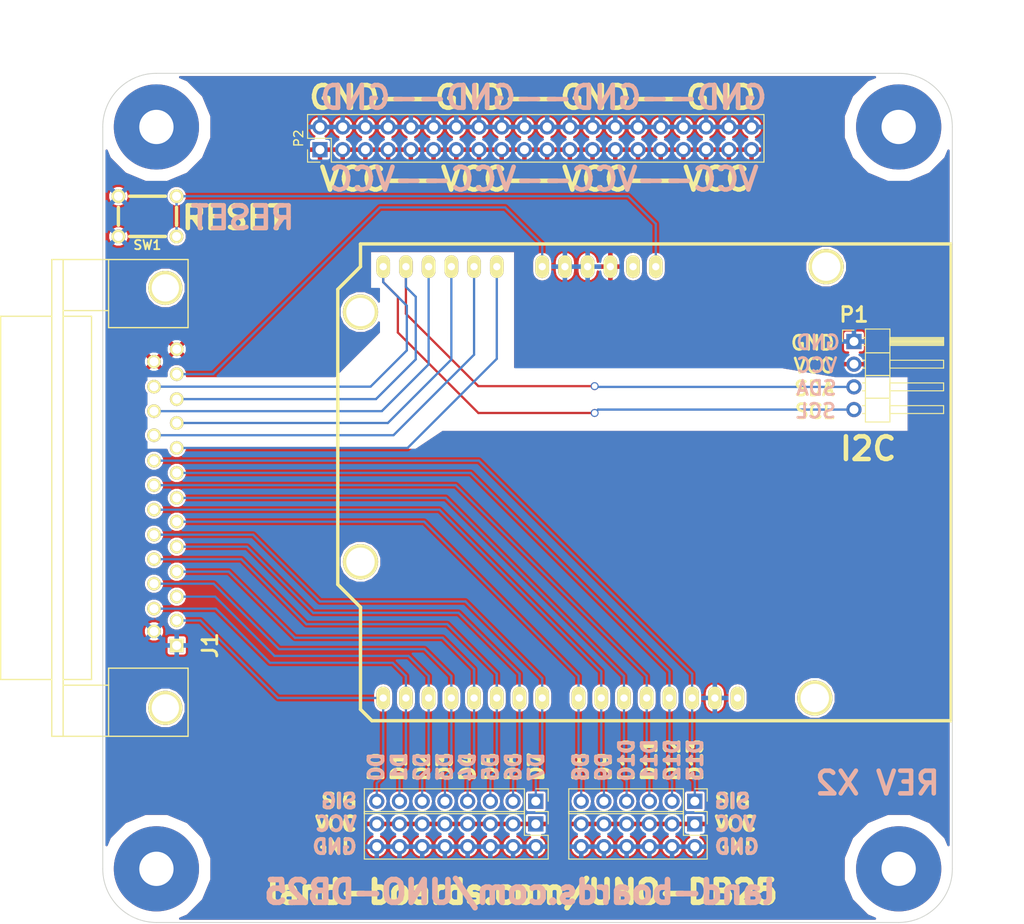
<source format=kicad_pcb>
(kicad_pcb (version 4) (host pcbnew 4.0.5)
  (title_block (title "8-Channel Opto-Isolated Output I2C") (rev X1) (company land-boards.com))
  (layers (0 F.Cu signal) (31 B.Cu signal) (36 B.SilkS user) (37 F.SilkS user) (38 B.Mask user) (39 F.Mask user) (44 Edge.Cuts user))
  (net 0 "")
  (net 1 GND)
  (net 2 /D0)
  (net 3 /D2)
  (net 4 /D4)
  (net 5 /D1)
  (net 6 /D3)
  (net 7 /D6)
  (net 8 /D12)
  (net 9 /D10)
  (net 10 /D8)
  (net 11 /D5)
  (net 12 /D7)
  (net 13 /D9)
  (net 14 /D11)
  (net 15 /D13)
  (net 16 +5V)
  (net 17 /AD3)
  (net 18 /AD5)
  (net 19 /AD1)
  (net 20 /AD0)
  (net 21 /AD2)
  (net 22 /AD4)
  (net 23 /VIN)
  (net 24 "Net-(SHIELD1-PadRST)")
  (module "arduino_shields:ARDUINO SHIELD" (layer F.Cu) (at 104.86 29.088 180)
    (fp_text reference SHIELD1 hide)
    (fp_text value ARDUINO_SHIELD hide)
    (fp_line (start 66.04 -40.64) (end 66.04 -52.07) (layer F.SilkS) (width 0.381))
    (fp_line (start 66.04 -52.07) (end 64.77 -53.34) (layer F.SilkS) (width 0.381))
    (fp_line (start 64.77 -53.34) (end 0 -53.34) (layer F.SilkS) (width 0.381))
    (fp_line (start 66.04 0) (end 0 0) (layer F.SilkS) (width 0.381))
    (fp_line (start 0 0) (end 0 -53.34) (layer F.SilkS) (width 0.381))
    (fp_line (start 66.04 -40.64) (end 68.58 -38.1) (layer F.SilkS) (width 0.381))
    (fp_line (start 68.58 -38.1) (end 68.58 -5.08) (layer F.SilkS) (width 0.381))
    (fp_line (start 68.58 -5.08) (end 66.04 -2.54) (layer F.SilkS) (width 0.381))
    (fp_line (start 66.04 -2.54) (end 66.04 0) (layer F.SilkS) (width 0.381))
    (pad AD5 thru_hole oval (at 63.5 -2.54 270) (size 2.54 1.524) (drill 0.8128) (layers *.Cu *.Mask F.SilkS) (net 18 /AD5))
    (pad AD4 thru_hole oval (at 60.96 -2.54 270) (size 2.54 1.524) (drill 0.8128) (layers *.Cu *.Mask F.SilkS) (net 22 /AD4))
    (pad AD3 thru_hole oval (at 58.42 -2.54 270) (size 2.54 1.524) (drill 0.8128) (layers *.Cu *.Mask F.SilkS) (net 17 /AD3))
    (pad AD0 thru_hole oval (at 50.8 -2.54 270) (size 2.54 1.524) (drill 0.8128) (layers *.Cu *.Mask F.SilkS) (net 20 /AD0))
    (pad AD1 thru_hole oval (at 53.34 -2.54 270) (size 2.54 1.524) (drill 0.8128) (layers *.Cu *.Mask F.SilkS) (net 19 /AD1))
    (pad AD2 thru_hole oval (at 55.88 -2.54 270) (size 2.54 1.524) (drill 0.8128) (layers *.Cu *.Mask F.SilkS) (net 21 /AD2))
    (pad V_IN thru_hole oval (at 45.72 -2.54 270) (size 2.54 1.524) (drill 0.8128) (layers *.Cu *.Mask F.SilkS) (net 23 /VIN))
    (pad GND2 thru_hole oval (at 43.18 -2.54 270) (size 2.54 1.524) (drill 0.8128) (layers *.Cu *.Mask F.SilkS) (net 1 GND))
    (pad GND1 thru_hole oval (at 40.64 -2.54 270) (size 2.54 1.524) (drill 0.8128) (layers *.Cu *.Mask F.SilkS) (net 1 GND))
    (pad 3V3 thru_hole oval (at 35.56 -2.54 270) (size 2.54 1.524) (drill 0.8128) (layers *.Cu *.Mask F.SilkS))
    (pad RST thru_hole oval (at 33.02 -2.54 270) (size 2.54 1.524) (drill 0.8128) (layers *.Cu *.Mask F.SilkS) (net 24 "Net-(SHIELD1-PadRST)"))
    (pad 0 thru_hole oval (at 63.5 -50.8 270) (size 2.54 1.524) (drill 0.8128) (layers *.Cu *.Mask F.SilkS) (net 2 /D0))
    (pad 1 thru_hole oval (at 60.96 -50.8 270) (size 2.54 1.524) (drill 0.8128) (layers *.Cu *.Mask F.SilkS) (net 5 /D1))
    (pad 2 thru_hole oval (at 58.42 -50.8 270) (size 2.54 1.524) (drill 0.8128) (layers *.Cu *.Mask F.SilkS) (net 3 /D2))
    (pad 3 thru_hole oval (at 55.88 -50.8 270) (size 2.54 1.524) (drill 0.8128) (layers *.Cu *.Mask F.SilkS) (net 6 /D3))
    (pad 4 thru_hole oval (at 53.34 -50.8 270) (size 2.54 1.524) (drill 0.8128) (layers *.Cu *.Mask F.SilkS) (net 4 /D4))
    (pad 5 thru_hole oval (at 50.8 -50.8 270) (size 2.54 1.524) (drill 0.8128) (layers *.Cu *.Mask F.SilkS) (net 11 /D5))
    (pad 6 thru_hole oval (at 48.26 -50.8 270) (size 2.54 1.524) (drill 0.8128) (layers *.Cu *.Mask F.SilkS) (net 7 /D6))
    (pad 7 thru_hole oval (at 45.72 -50.8 270) (size 2.54 1.524) (drill 0.8128) (layers *.Cu *.Mask F.SilkS) (net 12 /D7))
    (pad 8 thru_hole oval (at 41.656 -50.8 270) (size 2.54 1.524) (drill 0.8128) (layers *.Cu *.Mask F.SilkS) (net 10 /D8))
    (pad 9 thru_hole oval (at 39.116 -50.8 270) (size 2.54 1.524) (drill 0.8128) (layers *.Cu *.Mask F.SilkS) (net 13 /D9))
    (pad 10 thru_hole oval (at 36.576 -50.8 270) (size 2.54 1.524) (drill 0.8128) (layers *.Cu *.Mask F.SilkS) (net 9 /D10))
    (pad 11 thru_hole oval (at 34.036 -50.8 270) (size 2.54 1.524) (drill 0.8128) (layers *.Cu *.Mask F.SilkS) (net 14 /D11))
    (pad 12 thru_hole oval (at 31.496 -50.8 270) (size 2.54 1.524) (drill 0.8128) (layers *.Cu *.Mask F.SilkS) (net 8 /D12))
    (pad 13 thru_hole oval (at 28.956 -50.8 270) (size 2.54 1.524) (drill 0.8128) (layers *.Cu *.Mask F.SilkS) (net 15 /D13))
    (pad GND3 thru_hole oval (at 26.416 -50.8 270) (size 2.54 1.524) (drill 0.8128) (layers *.Cu *.Mask F.SilkS) (net 1 GND))
    (pad AREF thru_hole oval (at 23.876 -50.8 270) (size 2.54 1.524) (drill 0.8128) (layers *.Cu *.Mask F.SilkS))
    (pad 5V thru_hole oval (at 38.1 -2.54 270) (size 2.54 1.524) (drill 0.8128) (layers *.Cu *.Mask F.SilkS) (net 16 +5V))
    (pad "" thru_hole circle (at 66.04 -7.62 270) (size 3.937 3.937) (drill 3.175) (layers *.Cu *.Mask F.SilkS))
    (pad "" thru_hole circle (at 66.04 -35.56 270) (size 3.937 3.937) (drill 3.175) (layers *.Cu *.Mask F.SilkS))
    (pad "" thru_hole circle (at 15.24 -50.8 270) (size 3.937 3.937) (drill 3.175) (layers *.Cu *.Mask F.SilkS))
    (pad "" thru_hole circle (at 13.97 -2.54 270) (size 3.937 3.937) (drill 3.175) (layers *.Cu *.Mask F.SilkS))
  )
  (module LandBoards_Conns:DB25FC (layer F.Cu) (at 17 57.5 90)
    (fp_text reference J1 (at -16.5 5 90) (layer F.SilkS) (effects (font (size 1.651 1.651) (thickness 0.3175))))
    (fp_text value DB25F hide)
    (fp_line (start 26.67 -11.43) (end 26.67 2.54) (layer F.SilkS) (width 0.15))
    (fp_line (start 19.05 -6.35) (end 19.05 2.54) (layer F.SilkS) (width 0.15))
    (fp_line (start 20.955 -11.43) (end 20.955 -6.35) (layer F.SilkS) (width 0.15))
    (fp_line (start -20.955 -11.43) (end -20.955 -6.35) (layer F.SilkS) (width 0.15))
    (fp_line (start -19.05 -6.35) (end -19.05 2.54) (layer F.SilkS) (width 0.15))
    (fp_line (start -26.67 2.54) (end -26.67 -11.43) (layer F.SilkS) (width 0.15))
    (fp_line (start 26.67 -6.35) (end 19.05 -6.35) (layer F.SilkS) (width 0.15))
    (fp_line (start -26.67 -6.35) (end -19.05 -6.35) (layer F.SilkS) (width 0.15))
    (fp_line (start 20.32 -8.255) (end 20.32 -11.43) (layer F.SilkS) (width 0.15))
    (fp_line (start -20.32 -8.255) (end -20.32 -11.43) (layer F.SilkS) (width 0.15))
    (fp_line (start 20.32 -18.415) (end 20.32 -12.7) (layer F.SilkS) (width 0.15))
    (fp_line (start -20.32 -18.415) (end -20.32 -12.7) (layer F.SilkS) (width 0.15))
    (fp_line (start 26.67 -11.43) (end 26.67 -12.7) (layer F.SilkS) (width 0.15))
    (fp_line (start 26.67 -12.7) (end -26.67 -12.7) (layer F.SilkS) (width 0.15))
    (fp_line (start -26.67 -12.7) (end -26.67 -11.43) (layer F.SilkS) (width 0.15))
    (fp_line (start -26.67 -11.43) (end 26.67 -11.43) (layer F.SilkS) (width 0.15))
    (fp_line (start 19.05 2.54) (end 26.67 2.54) (layer F.SilkS) (width 0.15))
    (fp_line (start -20.32 -8.255) (end 20.32 -8.255) (layer F.SilkS) (width 0.15))
    (fp_line (start -20.32 -18.415) (end 20.32 -18.415) (layer F.SilkS) (width 0.15))
    (fp_line (start -26.67 2.54) (end -19.05 2.54) (layer F.SilkS) (width 0.15))
    (pad "" thru_hole circle (at 23.495 0 90) (size 3.81 3.81) (drill 3.048) (layers *.Cu *.Mask F.SilkS))
    (pad "" thru_hole circle (at -23.495 0 90) (size 3.81 3.81) (drill 3.048) (layers *.Cu *.Mask F.SilkS))
    (pad 1 thru_hole rect (at -16.51 1.27 90) (size 1.524 1.524) (drill 1.016) (layers *.Cu *.Mask F.SilkS) (net 1 GND))
    (pad 2 thru_hole circle (at -13.716 1.27 90) (size 1.524 1.524) (drill 1.016) (layers *.Cu *.Mask F.SilkS) (net 2 /D0))
    (pad 3 thru_hole circle (at -11.049 1.27 90) (size 1.524 1.524) (drill 1.016) (layers *.Cu *.Mask F.SilkS) (net 3 /D2))
    (pad 4 thru_hole circle (at -8.255 1.27 90) (size 1.524 1.524) (drill 1.016) (layers *.Cu *.Mask F.SilkS) (net 4 /D4))
    (pad 5 thru_hole circle (at -5.461 1.27 90) (size 1.524 1.524) (drill 1.016) (layers *.Cu *.Mask F.SilkS) (net 7 /D6))
    (pad 6 thru_hole circle (at -2.667 1.27 90) (size 1.524 1.524) (drill 1.016) (layers *.Cu *.Mask F.SilkS) (net 10 /D8))
    (pad 7 thru_hole circle (at 0 1.27 90) (size 1.524 1.524) (drill 1.016) (layers *.Cu *.Mask F.SilkS) (net 9 /D10))
    (pad 8 thru_hole circle (at 2.794 1.27 90) (size 1.524 1.524) (drill 1.016) (layers *.Cu *.Mask F.SilkS) (net 8 /D12))
    (pad 9 thru_hole circle (at 5.588 1.27 90) (size 1.524 1.524) (drill 1.016) (layers *.Cu *.Mask F.SilkS) (net 20 /AD0))
    (pad 10 thru_hole circle (at 8.382 1.27 90) (size 1.524 1.524) (drill 1.016) (layers *.Cu *.Mask F.SilkS) (net 21 /AD2))
    (pad 11 thru_hole circle (at 11.049 1.27 90) (size 1.524 1.524) (drill 1.016) (layers *.Cu *.Mask F.SilkS) (net 22 /AD4))
    (pad 12 thru_hole circle (at 13.843 1.27 90) (size 1.524 1.524) (drill 1.016) (layers *.Cu *.Mask F.SilkS) (net 23 /VIN))
    (pad 13 thru_hole circle (at 16.637 1.27 90) (size 1.524 1.524) (drill 1.016) (layers *.Cu *.Mask F.SilkS) (net 16 +5V))
    (pad 14 thru_hole circle (at -14.9352 -1.27 90) (size 1.524 1.524) (drill 1.016) (layers *.Cu *.Mask F.SilkS) (net 1 GND))
    (pad 15 thru_hole circle (at -12.3952 -1.27 90) (size 1.524 1.524) (drill 1.016) (layers *.Cu *.Mask F.SilkS) (net 5 /D1))
    (pad 16 thru_hole circle (at -9.6012 -1.27 90) (size 1.524 1.524) (drill 1.016) (layers *.Cu *.Mask F.SilkS) (net 6 /D3))
    (pad 17 thru_hole circle (at -6.858 -1.27 90) (size 1.524 1.524) (drill 1.016) (layers *.Cu *.Mask F.SilkS) (net 11 /D5))
    (pad 18 thru_hole circle (at -4.1148 -1.27 90) (size 1.524 1.524) (drill 1.016) (layers *.Cu *.Mask F.SilkS) (net 12 /D7))
    (pad 19 thru_hole circle (at -1.3208 -1.27 90) (size 1.524 1.524) (drill 1.016) (layers *.Cu *.Mask F.SilkS) (net 13 /D9))
    (pad 20 thru_hole circle (at 1.4224 -1.27 90) (size 1.524 1.524) (drill 1.016) (layers *.Cu *.Mask F.SilkS) (net 14 /D11))
    (pad 21 thru_hole circle (at 4.1656 -1.27 90) (size 1.524 1.524) (drill 1.016) (layers *.Cu *.Mask F.SilkS) (net 15 /D13))
    (pad 22 thru_hole circle (at 7.0104 -1.27 90) (size 1.524 1.524) (drill 1.016) (layers *.Cu *.Mask F.SilkS) (net 19 /AD1))
    (pad 23 thru_hole circle (at 9.7028 -1.27 90) (size 1.524 1.524) (drill 1.016) (layers *.Cu *.Mask F.SilkS) (net 17 /AD3))
    (pad 24 thru_hole circle (at 12.446 -1.27 90) (size 1.524 1.524) (drill 1.016) (layers *.Cu *.Mask F.SilkS) (net 18 /AD5))
    (pad 25 thru_hole circle (at 15.24 -1.27 90) (size 1.524 1.524) (drill 1.016) (layers *.Cu *.Mask F.SilkS) (net 16 +5V))
  )
  (module Pin_Headers:Pin_Header_Angled_1x04_Pitch2.54mm (layer F.Cu) (at 94 40)
    (fp_text reference P1 (at 0 -3) (layer F.SilkS) (effects (font (size 1.651 1.651) (thickness 0.3175))))
    (fp_text value CONN_01X04 hide)
    (fp_line (start 1.28 -1.39) (end 1.28 1.27) (layer F.SilkS) (width 0.12))
    (fp_line (start 1.28 1.27) (end 4.02 1.27) (layer F.SilkS) (width 0.12))
    (fp_line (start 4.02 1.27) (end 4.02 -1.39) (layer F.SilkS) (width 0.12))
    (fp_line (start 4.02 -1.39) (end 1.28 -1.39) (layer F.SilkS) (width 0.12))
    (fp_line (start 4.02 -0.44) (end 4.02 0.44) (layer F.SilkS) (width 0.12))
    (fp_line (start 4.02 0.44) (end 10.02 0.44) (layer F.SilkS) (width 0.12))
    (fp_line (start 10.02 0.44) (end 10.02 -0.44) (layer F.SilkS) (width 0.12))
    (fp_line (start 10.02 -0.44) (end 4.02 -0.44) (layer F.SilkS) (width 0.12))
    (fp_line (start 0.97 -0.44) (end 1.28 -0.44) (layer F.SilkS) (width 0.12))
    (fp_line (start 0.97 0.44) (end 1.28 0.44) (layer F.SilkS) (width 0.12))
    (fp_line (start 4.02 -0.32) (end 10.02 -0.32) (layer F.SilkS) (width 0.12))
    (fp_line (start 4.02 -0.2) (end 10.02 -0.2) (layer F.SilkS) (width 0.12))
    (fp_line (start 4.02 -0.08) (end 10.02 -0.08) (layer F.SilkS) (width 0.12))
    (fp_line (start 4.02 0.04) (end 10.02 0.04) (layer F.SilkS) (width 0.12))
    (fp_line (start 4.02 0.16) (end 10.02 0.16) (layer F.SilkS) (width 0.12))
    (fp_line (start 4.02 0.28) (end 10.02 0.28) (layer F.SilkS) (width 0.12))
    (fp_line (start 4.02 0.4) (end 10.02 0.4) (layer F.SilkS) (width 0.12))
    (fp_line (start 1.28 1.27) (end 1.28 3.81) (layer F.SilkS) (width 0.12))
    (fp_line (start 1.28 3.81) (end 4.02 3.81) (layer F.SilkS) (width 0.12))
    (fp_line (start 4.02 3.81) (end 4.02 1.27) (layer F.SilkS) (width 0.12))
    (fp_line (start 4.02 1.27) (end 1.28 1.27) (layer F.SilkS) (width 0.12))
    (fp_line (start 4.02 2.1) (end 4.02 2.98) (layer F.SilkS) (width 0.12))
    (fp_line (start 4.02 2.98) (end 10.02 2.98) (layer F.SilkS) (width 0.12))
    (fp_line (start 10.02 2.98) (end 10.02 2.1) (layer F.SilkS) (width 0.12))
    (fp_line (start 10.02 2.1) (end 4.02 2.1) (layer F.SilkS) (width 0.12))
    (fp_line (start 0.97 2.1) (end 1.28 2.1) (layer F.SilkS) (width 0.12))
    (fp_line (start 0.97 2.98) (end 1.28 2.98) (layer F.SilkS) (width 0.12))
    (fp_line (start 1.28 3.81) (end 1.28 6.35) (layer F.SilkS) (width 0.12))
    (fp_line (start 1.28 6.35) (end 4.02 6.35) (layer F.SilkS) (width 0.12))
    (fp_line (start 4.02 6.35) (end 4.02 3.81) (layer F.SilkS) (width 0.12))
    (fp_line (start 4.02 3.81) (end 1.28 3.81) (layer F.SilkS) (width 0.12))
    (fp_line (start 4.02 4.64) (end 4.02 5.52) (layer F.SilkS) (width 0.12))
    (fp_line (start 4.02 5.52) (end 10.02 5.52) (layer F.SilkS) (width 0.12))
    (fp_line (start 10.02 5.52) (end 10.02 4.64) (layer F.SilkS) (width 0.12))
    (fp_line (start 10.02 4.64) (end 4.02 4.64) (layer F.SilkS) (width 0.12))
    (fp_line (start 0.97 4.64) (end 1.28 4.64) (layer F.SilkS) (width 0.12))
    (fp_line (start 0.97 5.52) (end 1.28 5.52) (layer F.SilkS) (width 0.12))
    (fp_line (start 1.28 6.35) (end 1.28 9.01) (layer F.SilkS) (width 0.12))
    (fp_line (start 1.28 9.01) (end 4.02 9.01) (layer F.SilkS) (width 0.12))
    (fp_line (start 4.02 9.01) (end 4.02 6.35) (layer F.SilkS) (width 0.12))
    (fp_line (start 4.02 6.35) (end 1.28 6.35) (layer F.SilkS) (width 0.12))
    (fp_line (start 4.02 7.18) (end 4.02 8.06) (layer F.SilkS) (width 0.12))
    (fp_line (start 4.02 8.06) (end 10.02 8.06) (layer F.SilkS) (width 0.12))
    (fp_line (start 10.02 8.06) (end 10.02 7.18) (layer F.SilkS) (width 0.12))
    (fp_line (start 10.02 7.18) (end 4.02 7.18) (layer F.SilkS) (width 0.12))
    (fp_line (start 0.97 7.18) (end 1.28 7.18) (layer F.SilkS) (width 0.12))
    (fp_line (start 0.97 8.06) (end 1.28 8.06) (layer F.SilkS) (width 0.12))
    (fp_line (start -1.27 0) (end -1.27 -1.27) (layer F.SilkS) (width 0.12))
    (fp_line (start -1.27 -1.27) (end 0 -1.27) (layer F.SilkS) (width 0.12))
    (pad 1 thru_hole rect (at 0 0) (size 1.7 1.7) (drill 1) (layers *.Cu *.Mask) (net 1 GND))
    (pad 2 thru_hole oval (at 0 2.54) (size 1.7 1.7) (drill 1) (layers *.Cu *.Mask) (net 16 +5V))
    (pad 3 thru_hole oval (at 0 5.08) (size 1.7 1.7) (drill 1) (layers *.Cu *.Mask) (net 22 /AD4))
    (pad 4 thru_hole oval (at 0 7.62) (size 1.7 1.7) (drill 1) (layers *.Cu *.Mask) (net 18 /AD5))
  )
  (module LandBoards_MountHoles:MTG-6-32 (layer F.Cu) (at 99 99 180)
    (fp_text reference MTG1 hide)
    (fp_text value CONN_1 hide)
    (pad 1 thru_hole circle (at 0 0 180) (size 9.525 9.525) (drill 3.8354) (layers *.Cu *.Mask) (clearance 1.27))
  )
  (module LandBoards_MountHoles:MTG-6-32 (layer F.Cu) (at 16 99 180)
    (fp_text reference MTG2 hide)
    (fp_text value CONN_1 hide)
    (pad 1 thru_hole circle (at 0 0 180) (size 9.525 9.525) (drill 3.8354) (layers *.Cu *.Mask) (clearance 1.27))
  )
  (module LandBoards_MountHoles:MTG-6-32 (layer F.Cu) (at 99 16 180)
    (fp_text reference MTG3 hide)
    (fp_text value CONN_1 hide)
    (pad 1 thru_hole circle (at 0 0 180) (size 9.525 9.525) (drill 3.8354) (layers *.Cu *.Mask) (clearance 1.27))
  )
  (module LandBoards_MountHoles:MTG-6-32 (layer F.Cu) (at 16 16 180)
    (fp_text reference MTG4 hide)
    (fp_text value CONN_1 hide)
    (pad 1 thru_hole circle (at 0 0 180) (size 9.525 9.525) (drill 3.8354) (layers *.Cu *.Mask) (clearance 1.27))
  )
  (module DougsNewMods:SW-PB-6MM (layer F.Cu) (at 15 26)
    (fp_text reference SW1 (at -0.014 3.21) (layer F.SilkS) (effects (font (size 1.016 1.016) (thickness 0.2032))))
    (fp_text value Switch_DPST hide)
    (fp_line (start -3.2512 -1.00076) (end -3.2512 1.00076) (layer F.SilkS) (width 0.381))
    (fp_line (start -1.99898 2.25044) (end 1.99898 2.25044) (layer F.SilkS) (width 0.381))
    (fp_line (start 3.2512 -1.00076) (end 3.2512 0.7493) (layer F.SilkS) (width 0.381))
    (fp_line (start 3.2512 0.7493) (end 3.2512 1.00076) (layer F.SilkS) (width 0.381))
    (fp_line (start -1.99898 -2.25044) (end 1.99898 -2.25044) (layer F.SilkS) (width 0.381))
    (pad 2 thru_hole circle (at 3.2512 -2.25044) (size 1.5494 1.5494) (drill 1.00076) (layers *.Cu *.Mask F.SilkS) (net 24 "Net-(SHIELD1-PadRST)"))
    (pad 4 thru_hole circle (at 3.2512 2.25044) (size 1.5494 1.5494) (drill 1.00076) (layers *.Cu *.Mask F.SilkS) (net 24 "Net-(SHIELD1-PadRST)"))
    (pad 1 thru_hole circle (at -3.2512 -2.25044) (size 1.5494 1.5494) (drill 1.00076) (layers *.Cu *.Mask F.SilkS) (net 1 GND))
    (pad 3 thru_hole circle (at -3.2512 2.25044) (size 1.5494 1.5494) (drill 1.00076) (layers *.Cu *.Mask F.SilkS) (net 1 GND))
  )
  (module Pin_Headers:Pin_Header_Straight_2x20_Pitch2.54mm (layer F.Cu) (at 34.29 18.542 90)
    (fp_text reference P2 (at 1.27 -2.39 90) (layer F.SilkS))
    (fp_text value CONN_02X20 hide)
    (fp_line (start -1.39 1.27) (end -1.39 49.65) (layer F.SilkS) (width 0.12))
    (fp_line (start -1.39 49.65) (end 3.93 49.65) (layer F.SilkS) (width 0.12))
    (fp_line (start 3.93 49.65) (end 3.93 -1.39) (layer F.SilkS) (width 0.12))
    (fp_line (start 3.93 -1.39) (end 1.27 -1.39) (layer F.SilkS) (width 0.12))
    (fp_line (start 1.27 -1.39) (end 1.27 1.27) (layer F.SilkS) (width 0.12))
    (fp_line (start 1.27 1.27) (end -1.39 1.27) (layer F.SilkS) (width 0.12))
    (fp_line (start -1.39 0) (end -1.39 -1.39) (layer F.SilkS) (width 0.12))
    (fp_line (start -1.39 -1.39) (end 0 -1.39) (layer F.SilkS) (width 0.12))
    (pad 1 thru_hole rect (at 0 0 90) (size 1.7 1.7) (drill 1) (layers *.Cu *.Mask) (net 16 +5V))
    (pad 2 thru_hole oval (at 2.54 0 90) (size 1.7 1.7) (drill 1) (layers *.Cu *.Mask) (net 1 GND))
    (pad 3 thru_hole oval (at 0 2.54 90) (size 1.7 1.7) (drill 1) (layers *.Cu *.Mask) (net 16 +5V))
    (pad 4 thru_hole oval (at 2.54 2.54 90) (size 1.7 1.7) (drill 1) (layers *.Cu *.Mask) (net 1 GND))
    (pad 5 thru_hole oval (at 0 5.08 90) (size 1.7 1.7) (drill 1) (layers *.Cu *.Mask) (net 16 +5V))
    (pad 6 thru_hole oval (at 2.54 5.08 90) (size 1.7 1.7) (drill 1) (layers *.Cu *.Mask) (net 1 GND))
    (pad 7 thru_hole oval (at 0 7.62 90) (size 1.7 1.7) (drill 1) (layers *.Cu *.Mask) (net 16 +5V))
    (pad 8 thru_hole oval (at 2.54 7.62 90) (size 1.7 1.7) (drill 1) (layers *.Cu *.Mask) (net 1 GND))
    (pad 9 thru_hole oval (at 0 10.16 90) (size 1.7 1.7) (drill 1) (layers *.Cu *.Mask) (net 16 +5V))
    (pad 10 thru_hole oval (at 2.54 10.16 90) (size 1.7 1.7) (drill 1) (layers *.Cu *.Mask) (net 1 GND))
    (pad 11 thru_hole oval (at 0 12.7 90) (size 1.7 1.7) (drill 1) (layers *.Cu *.Mask) (net 16 +5V))
    (pad 12 thru_hole oval (at 2.54 12.7 90) (size 1.7 1.7) (drill 1) (layers *.Cu *.Mask) (net 1 GND))
    (pad 13 thru_hole oval (at 0 15.24 90) (size 1.7 1.7) (drill 1) (layers *.Cu *.Mask) (net 16 +5V))
    (pad 14 thru_hole oval (at 2.54 15.24 90) (size 1.7 1.7) (drill 1) (layers *.Cu *.Mask) (net 1 GND))
    (pad 15 thru_hole oval (at 0 17.78 90) (size 1.7 1.7) (drill 1) (layers *.Cu *.Mask) (net 16 +5V))
    (pad 16 thru_hole oval (at 2.54 17.78 90) (size 1.7 1.7) (drill 1) (layers *.Cu *.Mask) (net 1 GND))
    (pad 17 thru_hole oval (at 0 20.32 90) (size 1.7 1.7) (drill 1) (layers *.Cu *.Mask) (net 16 +5V))
    (pad 18 thru_hole oval (at 2.54 20.32 90) (size 1.7 1.7) (drill 1) (layers *.Cu *.Mask) (net 1 GND))
    (pad 19 thru_hole oval (at 0 22.86 90) (size 1.7 1.7) (drill 1) (layers *.Cu *.Mask) (net 16 +5V))
    (pad 20 thru_hole oval (at 2.54 22.86 90) (size 1.7 1.7) (drill 1) (layers *.Cu *.Mask) (net 1 GND))
    (pad 21 thru_hole oval (at 0 25.4 90) (size 1.7 1.7) (drill 1) (layers *.Cu *.Mask) (net 16 +5V))
    (pad 22 thru_hole oval (at 2.54 25.4 90) (size 1.7 1.7) (drill 1) (layers *.Cu *.Mask) (net 1 GND))
    (pad 23 thru_hole oval (at 0 27.94 90) (size 1.7 1.7) (drill 1) (layers *.Cu *.Mask) (net 16 +5V))
    (pad 24 thru_hole oval (at 2.54 27.94 90) (size 1.7 1.7) (drill 1) (layers *.Cu *.Mask) (net 1 GND))
    (pad 25 thru_hole oval (at 0 30.48 90) (size 1.7 1.7) (drill 1) (layers *.Cu *.Mask) (net 16 +5V))
    (pad 26 thru_hole oval (at 2.54 30.48 90) (size 1.7 1.7) (drill 1) (layers *.Cu *.Mask) (net 1 GND))
    (pad 27 thru_hole oval (at 0 33.02 90) (size 1.7 1.7) (drill 1) (layers *.Cu *.Mask) (net 16 +5V))
    (pad 28 thru_hole oval (at 2.54 33.02 90) (size 1.7 1.7) (drill 1) (layers *.Cu *.Mask) (net 1 GND))
    (pad 29 thru_hole oval (at 0 35.56 90) (size 1.7 1.7) (drill 1) (layers *.Cu *.Mask) (net 16 +5V))
    (pad 30 thru_hole oval (at 2.54 35.56 90) (size 1.7 1.7) (drill 1) (layers *.Cu *.Mask) (net 1 GND))
    (pad 31 thru_hole oval (at 0 38.1 90) (size 1.7 1.7) (drill 1) (layers *.Cu *.Mask) (net 16 +5V))
    (pad 32 thru_hole oval (at 2.54 38.1 90) (size 1.7 1.7) (drill 1) (layers *.Cu *.Mask) (net 1 GND))
    (pad 33 thru_hole oval (at 0 40.64 90) (size 1.7 1.7) (drill 1) (layers *.Cu *.Mask) (net 16 +5V))
    (pad 34 thru_hole oval (at 2.54 40.64 90) (size 1.7 1.7) (drill 1) (layers *.Cu *.Mask) (net 1 GND))
    (pad 35 thru_hole oval (at 0 43.18 90) (size 1.7 1.7) (drill 1) (layers *.Cu *.Mask) (net 16 +5V))
    (pad 36 thru_hole oval (at 2.54 43.18 90) (size 1.7 1.7) (drill 1) (layers *.Cu *.Mask) (net 1 GND))
    (pad 37 thru_hole oval (at 0 45.72 90) (size 1.7 1.7) (drill 1) (layers *.Cu *.Mask) (net 16 +5V))
    (pad 38 thru_hole oval (at 2.54 45.72 90) (size 1.7 1.7) (drill 1) (layers *.Cu *.Mask) (net 1 GND))
    (pad 39 thru_hole oval (at 0 48.26 90) (size 1.7 1.7) (drill 1) (layers *.Cu *.Mask) (net 16 +5V))
    (pad 40 thru_hole oval (at 2.54 48.26 90) (size 1.7 1.7) (drill 1) (layers *.Cu *.Mask) (net 1 GND))
  )
  (module Pin_Headers:Pin_Header_Straight_1x06_Pitch2.54mm (layer F.Cu) (at 76.2 91.44 270)
    (fp_text reference P3 hide)
    (fp_text value CONN_01X06 hide)
    (fp_line (start -1.39 1.27) (end -1.39 14.09) (layer F.SilkS) (width 0.12))
    (fp_line (start -1.39 14.09) (end 1.39 14.09) (layer F.SilkS) (width 0.12))
    (fp_line (start 1.39 14.09) (end 1.39 1.27) (layer F.SilkS) (width 0.12))
    (fp_line (start 1.39 1.27) (end -1.39 1.27) (layer F.SilkS) (width 0.12))
    (fp_line (start -1.39 0) (end -1.39 -1.39) (layer F.SilkS) (width 0.12))
    (fp_line (start -1.39 -1.39) (end 0 -1.39) (layer F.SilkS) (width 0.12))
    (pad 1 thru_hole rect (at 0 0 270) (size 1.7 1.7) (drill 1) (layers *.Cu *.Mask) (net 15 /D13))
    (pad 2 thru_hole oval (at 0 2.54 270) (size 1.7 1.7) (drill 1) (layers *.Cu *.Mask) (net 8 /D12))
    (pad 3 thru_hole oval (at 0 5.08 270) (size 1.7 1.7) (drill 1) (layers *.Cu *.Mask) (net 14 /D11))
    (pad 4 thru_hole oval (at 0 7.62 270) (size 1.7 1.7) (drill 1) (layers *.Cu *.Mask) (net 9 /D10))
    (pad 5 thru_hole oval (at 0 10.16 270) (size 1.7 1.7) (drill 1) (layers *.Cu *.Mask) (net 13 /D9))
    (pad 6 thru_hole oval (at 0 12.7 270) (size 1.7 1.7) (drill 1) (layers *.Cu *.Mask) (net 10 /D8))
  )
  (module Pin_Headers:Pin_Header_Straight_2x06_Pitch2.54mm (layer F.Cu) (at 76.2 93.98 270)
    (fp_text reference P4 hide)
    (fp_text value CONN_02X06 hide)
    (fp_line (start -1.39 1.27) (end -1.39 14.09) (layer F.SilkS) (width 0.12))
    (fp_line (start -1.39 14.09) (end 3.93 14.09) (layer F.SilkS) (width 0.12))
    (fp_line (start 3.93 14.09) (end 3.93 -1.39) (layer F.SilkS) (width 0.12))
    (fp_line (start 3.93 -1.39) (end 1.27 -1.39) (layer F.SilkS) (width 0.12))
    (fp_line (start 1.27 -1.39) (end 1.27 1.27) (layer F.SilkS) (width 0.12))
    (fp_line (start 1.27 1.27) (end -1.39 1.27) (layer F.SilkS) (width 0.12))
    (fp_line (start -1.39 0) (end -1.39 -1.39) (layer F.SilkS) (width 0.12))
    (fp_line (start -1.39 -1.39) (end 0 -1.39) (layer F.SilkS) (width 0.12))
    (pad 1 thru_hole rect (at 0 0 270) (size 1.7 1.7) (drill 1) (layers *.Cu *.Mask) (net 16 +5V))
    (pad 2 thru_hole oval (at 2.54 0 270) (size 1.7 1.7) (drill 1) (layers *.Cu *.Mask) (net 1 GND))
    (pad 3 thru_hole oval (at 0 2.54 270) (size 1.7 1.7) (drill 1) (layers *.Cu *.Mask) (net 16 +5V))
    (pad 4 thru_hole oval (at 2.54 2.54 270) (size 1.7 1.7) (drill 1) (layers *.Cu *.Mask) (net 1 GND))
    (pad 5 thru_hole oval (at 0 5.08 270) (size 1.7 1.7) (drill 1) (layers *.Cu *.Mask) (net 16 +5V))
    (pad 6 thru_hole oval (at 2.54 5.08 270) (size 1.7 1.7) (drill 1) (layers *.Cu *.Mask) (net 1 GND))
    (pad 7 thru_hole oval (at 0 7.62 270) (size 1.7 1.7) (drill 1) (layers *.Cu *.Mask) (net 16 +5V))
    (pad 8 thru_hole oval (at 2.54 7.62 270) (size 1.7 1.7) (drill 1) (layers *.Cu *.Mask) (net 1 GND))
    (pad 9 thru_hole oval (at 0 10.16 270) (size 1.7 1.7) (drill 1) (layers *.Cu *.Mask) (net 16 +5V))
    (pad 10 thru_hole oval (at 2.54 10.16 270) (size 1.7 1.7) (drill 1) (layers *.Cu *.Mask) (net 1 GND))
    (pad 11 thru_hole oval (at 0 12.7 270) (size 1.7 1.7) (drill 1) (layers *.Cu *.Mask) (net 16 +5V))
    (pad 12 thru_hole oval (at 2.54 12.7 270) (size 1.7 1.7) (drill 1) (layers *.Cu *.Mask) (net 1 GND))
  )
  (module Pin_Headers:Pin_Header_Straight_1x08_Pitch2.54mm (layer F.Cu) (at 58.42 91.44 270)
    (fp_text reference P5 hide)
    (fp_text value CONN_01X08 hide)
    (fp_line (start -1.39 1.27) (end -1.39 19.17) (layer F.SilkS) (width 0.12))
    (fp_line (start -1.39 19.17) (end 1.39 19.17) (layer F.SilkS) (width 0.12))
    (fp_line (start 1.39 19.17) (end 1.39 1.27) (layer F.SilkS) (width 0.12))
    (fp_line (start 1.39 1.27) (end -1.39 1.27) (layer F.SilkS) (width 0.12))
    (fp_line (start -1.39 0) (end -1.39 -1.39) (layer F.SilkS) (width 0.12))
    (fp_line (start -1.39 -1.39) (end 0 -1.39) (layer F.SilkS) (width 0.12))
    (pad 1 thru_hole rect (at 0 0 270) (size 1.7 1.7) (drill 1) (layers *.Cu *.Mask) (net 12 /D7))
    (pad 2 thru_hole oval (at 0 2.54 270) (size 1.7 1.7) (drill 1) (layers *.Cu *.Mask) (net 7 /D6))
    (pad 3 thru_hole oval (at 0 5.08 270) (size 1.7 1.7) (drill 1) (layers *.Cu *.Mask) (net 11 /D5))
    (pad 4 thru_hole oval (at 0 7.62 270) (size 1.7 1.7) (drill 1) (layers *.Cu *.Mask) (net 4 /D4))
    (pad 5 thru_hole oval (at 0 10.16 270) (size 1.7 1.7) (drill 1) (layers *.Cu *.Mask) (net 6 /D3))
    (pad 6 thru_hole oval (at 0 12.7 270) (size 1.7 1.7) (drill 1) (layers *.Cu *.Mask) (net 3 /D2))
    (pad 7 thru_hole oval (at 0 15.24 270) (size 1.7 1.7) (drill 1) (layers *.Cu *.Mask) (net 5 /D1))
    (pad 8 thru_hole oval (at 0 17.78 270) (size 1.7 1.7) (drill 1) (layers *.Cu *.Mask) (net 2 /D0))
  )
  (module Pin_Headers:Pin_Header_Straight_2x08_Pitch2.54mm (layer F.Cu) (at 58.42 93.98 270)
    (fp_text reference P6 hide)
    (fp_text value CONN_02X08 hide)
    (fp_line (start -1.39 1.27) (end -1.39 19.17) (layer F.SilkS) (width 0.12))
    (fp_line (start -1.39 19.17) (end 3.93 19.17) (layer F.SilkS) (width 0.12))
    (fp_line (start 3.93 19.17) (end 3.93 -1.39) (layer F.SilkS) (width 0.12))
    (fp_line (start 3.93 -1.39) (end 1.27 -1.39) (layer F.SilkS) (width 0.12))
    (fp_line (start 1.27 -1.39) (end 1.27 1.27) (layer F.SilkS) (width 0.12))
    (fp_line (start 1.27 1.27) (end -1.39 1.27) (layer F.SilkS) (width 0.12))
    (fp_line (start -1.39 0) (end -1.39 -1.39) (layer F.SilkS) (width 0.12))
    (fp_line (start -1.39 -1.39) (end 0 -1.39) (layer F.SilkS) (width 0.12))
    (pad 1 thru_hole rect (at 0 0 270) (size 1.7 1.7) (drill 1) (layers *.Cu *.Mask) (net 16 +5V))
    (pad 2 thru_hole oval (at 2.54 0 270) (size 1.7 1.7) (drill 1) (layers *.Cu *.Mask) (net 1 GND))
    (pad 3 thru_hole oval (at 0 2.54 270) (size 1.7 1.7) (drill 1) (layers *.Cu *.Mask) (net 16 +5V))
    (pad 4 thru_hole oval (at 2.54 2.54 270) (size 1.7 1.7) (drill 1) (layers *.Cu *.Mask) (net 1 GND))
    (pad 5 thru_hole oval (at 0 5.08 270) (size 1.7 1.7) (drill 1) (layers *.Cu *.Mask) (net 16 +5V))
    (pad 6 thru_hole oval (at 2.54 5.08 270) (size 1.7 1.7) (drill 1) (layers *.Cu *.Mask) (net 1 GND))
    (pad 7 thru_hole oval (at 0 7.62 270) (size 1.7 1.7) (drill 1) (layers *.Cu *.Mask) (net 16 +5V))
    (pad 8 thru_hole oval (at 2.54 7.62 270) (size 1.7 1.7) (drill 1) (layers *.Cu *.Mask) (net 1 GND))
    (pad 9 thru_hole oval (at 0 10.16 270) (size 1.7 1.7) (drill 1) (layers *.Cu *.Mask) (net 16 +5V))
    (pad 10 thru_hole oval (at 2.54 10.16 270) (size 1.7 1.7) (drill 1) (layers *.Cu *.Mask) (net 1 GND))
    (pad 11 thru_hole oval (at 0 12.7 270) (size 1.7 1.7) (drill 1) (layers *.Cu *.Mask) (net 16 +5V))
    (pad 12 thru_hole oval (at 2.54 12.7 270) (size 1.7 1.7) (drill 1) (layers *.Cu *.Mask) (net 1 GND))
    (pad 13 thru_hole oval (at 0 15.24 270) (size 1.7 1.7) (drill 1) (layers *.Cu *.Mask) (net 16 +5V))
    (pad 14 thru_hole oval (at 2.54 15.24 270) (size 1.7 1.7) (drill 1) (layers *.Cu *.Mask) (net 1 GND))
    (pad 15 thru_hole oval (at 0 17.78 270) (size 1.7 1.7) (drill 1) (layers *.Cu *.Mask) (net 16 +5V))
    (pad 16 thru_hole oval (at 2.54 17.78 270) (size 1.7 1.7) (drill 1) (layers *.Cu *.Mask) (net 1 GND))
  )
  (gr_text land-boards.com/UNO-DB25 (at 56.642 101.6) (layer B.SilkS) (effects (font (size 2.54 2.54) (thickness 0.635)) (justify mirror)))
  (gr_text VCC--VCC--VCC--VCC (at 35.052 21.844) (layer B.SilkS) (effects (font (size 2.54 2.54) (thickness 0.508)) (justify right mirror)))
  (gr_text GND--GND--GND--GND (at 34.036 12.7) (layer B.SilkS) (effects (font (size 2.54 2.54) (thickness 0.508)) (justify right mirror)))
  (gr_text "REV X2" (at 89.408 89.408) (layer B.SilkS) (effects (font (size 2.54 2.54) (thickness 0.508)) (justify right mirror)))
  (gr_text "GND\nVCC\nSDA\nSCL" (at 87.376 43.942) (layer B.SilkS) (effects (font (size 1.5875 1.5875) (thickness 0.3)) (justify right mirror)))
  (gr_text RESET (at 19.558 26.162) (layer B.SilkS) (effects (font (size 2.54 2.54) (thickness 0.508)) (justify right mirror)))
  (gr_text "D8\nD9\nD10\nD11\nD12\nD13" (at 69.85 89.408 90) (layer B.SilkS) (effects (font (size 1.5875 1.5875) (thickness 0.396875)) (justify right mirror)))
  (gr_text "D0\nD1\nD2\nD3\nD4\nD5\nD6\nD7" (at 49.53 89.408 90) (layer B.SilkS) (effects (font (size 1.5875 1.5875) (thickness 0.396875)) (justify right mirror)))
  (gr_text "SIG\nVCC\nGND" (at 78.232 93.98) (layer B.SilkS) (effects (font (size 1.5875 1.5875) (thickness 0.396875)) (justify right mirror)))
  (gr_text "SIG\nVCC\nGND" (at 38.608 93.98) (layer B.SilkS) (effects (font (size 1.5875 1.5875) (thickness 0.396875)) (justify left mirror)))
  (gr_text "SIG\nVCC\nGND" (at 38.608 93.98) (layer F.SilkS) (effects (font (size 1.5875 1.5875) (thickness 0.396875)) (justify right)))
  (gr_text "SIG\nVCC\nGND" (at 78.232 93.98) (layer F.SilkS) (effects (font (size 1.5875 1.5875) (thickness 0.396875)) (justify left)))
  (gr_text "D8\nD9\nD10\nD11\nD12\nD13" (at 69.85 89.408 90) (layer F.SilkS) (effects (font (size 1.5875 1.5875) (thickness 0.396875)) (justify left)))
  (gr_text "D0\nD1\nD2\nD3\nD4\nD5\nD6\nD7" (at 49.53 89.408 90) (layer F.SilkS) (effects (font (size 1.5875 1.5875) (thickness 0.396875)) (justify left)))
  (gr_text VCC--VCC--VCC--VCC (at 82.55 21.844) (layer F.SilkS) (effects (font (size 2.54 2.54) (thickness 0.508)) (justify right)))
  (gr_text GND--GND--GND--GND (at 83.312 12.7) (layer F.SilkS) (effects (font (size 2.54 2.54) (thickness 0.508)) (justify right)))
  (gr_text RESET (at 30.734 26.162) (layer F.SilkS) (effects (font (size 2.54 2.54) (thickness 0.508)) (justify right)))
  (gr_text I2C (at 99 52) (layer F.SilkS) (effects (font (size 2.54 2.54) (thickness 0.508)) (justify right)))
  (gr_text "GND\nVCC\nSDA\nSCL" (at 92 44) (layer F.SilkS) (effects (font (size 1.5875 1.5875) (thickness 0.3)) (justify right)))
  (gr_line (start 10 99) (end 10 16) (angle 90) (layer Edge.Cuts) (width 0.1))
  (gr_line (start 99 105) (end 16 105) (angle 90) (layer Edge.Cuts) (width 0.1))
  (gr_line (start 105 16) (end 105 99) (angle 90) (layer Edge.Cuts) (width 0.1))
  (gr_line (start 16 10) (end 99 10) (angle 90) (layer Edge.Cuts) (width 0.1))
  (gr_arc (start 16 99) (end 16 105) (angle 90) (layer Edge.Cuts) (width 0.1))
  (gr_arc (start 99 99) (end 105 99) (angle 90) (layer Edge.Cuts) (width 0.1))
  (gr_arc (start 99 16) (end 99 10) (angle 90) (layer Edge.Cuts) (width 0.1))
  (gr_arc (start 16 16) (end 10 16) (angle 90) (layer Edge.Cuts) (width 0.1))
  (gr_text land-boards.com/UNO-DB25 (at 56.896 101.6) (layer F.SilkS) (effects (font (size 2.54 2.54) (thickness 0.635))))
  (segment (start 40.64 91.44) (end 40.64 89.408) (width 0.254) (layer B.Cu) (net 2))
  (segment (start 41.36 88.688) (end 41.36 79.888) (width 0.254) (layer B.Cu) (net 2))
  (segment (start 40.64 89.408) (end 41.36 88.688) (width 0.254) (layer B.Cu) (net 2))
  (segment (start 20.924 71.216) (end 29.596 79.888) (width 0.254) (layer B.Cu) (net 2))
  (segment (start 29.596 79.888) (end 41.36 79.888) (width 0.254) (layer B.Cu) (net 2))
  (segment (start 18.27 71.216) (end 20.924 71.216) (width 0.254) (layer B.Cu) (net 2))
  (segment (start 45.72 91.44) (end 45.72 88.646) (width 0.254) (layer B.Cu) (net 3))
  (segment (start 46.44 87.926) (end 46.44 79.888) (width 0.254) (layer B.Cu) (net 3))
  (segment (start 45.72 88.646) (end 46.44 87.926) (width 0.254) (layer B.Cu) (net 3))
  (segment (start 46.44 77.428) (end 46.44 79.888) (width 0.254) (layer B.Cu) (net 3))
  (segment (start 46.44 77.428) (end 46.44 79.888) (width 0.254) (layer B.Cu) (net 3))
  (segment (start 22.575 68.549) (end 29.21 75.184) (width 0.254) (layer B.Cu) (net 3))
  (segment (start 29.21 75.184) (end 44.196 75.184) (width 0.254) (layer B.Cu) (net 3))
  (segment (start 44.196 75.184) (end 46.44 77.428) (width 0.254) (layer B.Cu) (net 3))
  (segment (start 18.27 68.549) (end 22.575 68.549) (width 0.254) (layer B.Cu) (net 3))
  (segment (start 50.8 91.44) (end 50.8 89.154) (width 0.254) (layer B.Cu) (net 4))
  (segment (start 51.52 88.434) (end 51.52 79.888) (width 0.254) (layer B.Cu) (net 4))
  (segment (start 50.8 89.154) (end 51.52 88.434) (width 0.254) (layer B.Cu) (net 4))
  (segment (start 51.52 76.666) (end 51.52 79.888) (width 0.254) (layer B.Cu) (net 4))
  (segment (start 51.52 76.666) (end 51.52 79.888) (width 0.254) (layer B.Cu) (net 4))
  (segment (start 24.099 65.755) (end 31.496 73.152) (width 0.254) (layer B.Cu) (net 4))
  (segment (start 31.496 73.152) (end 48.006 73.152) (width 0.254) (layer B.Cu) (net 4))
  (segment (start 48.006 73.152) (end 51.52 76.666) (width 0.254) (layer B.Cu) (net 4))
  (segment (start 18.27 65.755) (end 24.099 65.755) (width 0.254) (layer B.Cu) (net 4))
  (segment (start 43.18 91.44) (end 43.18 88.392) (width 0.254) (layer B.Cu) (net 5))
  (segment (start 43.9 87.672) (end 43.9 79.888) (width 0.254) (layer B.Cu) (net 5))
  (segment (start 43.18 88.392) (end 43.9 87.672) (width 0.254) (layer B.Cu) (net 5))
  (segment (start 22.6512 69.8952) (end 28.702 75.946) (width 0.254) (layer B.Cu) (net 5))
  (segment (start 28.702 75.946) (end 42.418 75.946) (width 0.254) (layer B.Cu) (net 5))
  (segment (start 42.418 75.946) (end 43.9 77.428) (width 0.254) (layer B.Cu) (net 5))
  (segment (start 43.9 77.428) (end 43.9 79.888) (width 0.254) (layer B.Cu) (net 5))
  (segment (start 15.73 69.8952) (end 22.6512 69.8952) (width 0.254) (layer B.Cu) (net 5))
  (segment (start 48.26 91.44) (end 48.26 88.646) (width 0.254) (layer B.Cu) (net 6))
  (segment (start 48.98 87.926) (end 48.98 79.888) (width 0.254) (layer B.Cu) (net 6))
  (segment (start 48.26 88.646) (end 48.98 87.926) (width 0.254) (layer B.Cu) (net 6))
  (segment (start 22.3972 67.1012) (end 29.718 74.422) (width 0.254) (layer B.Cu) (net 6))
  (segment (start 29.718 74.422) (end 45.974 74.422) (width 0.254) (layer B.Cu) (net 6))
  (segment (start 45.974 74.422) (end 48.98 77.428) (width 0.254) (layer B.Cu) (net 6))
  (segment (start 48.98 77.428) (end 48.98 79.888) (width 0.254) (layer B.Cu) (net 6))
  (segment (start 15.73 67.1012) (end 22.3972 67.1012) (width 0.254) (layer B.Cu) (net 6))
  (segment (start 55.88 91.44) (end 55.88 88.392) (width 0.254) (layer B.Cu) (net 7))
  (segment (start 56.6 87.672) (end 56.6 79.888) (width 0.254) (layer B.Cu) (net 7))
  (segment (start 55.88 88.392) (end 56.6 87.672) (width 0.254) (layer B.Cu) (net 7))
  (segment (start 56.6 77.174) (end 56.6 79.888) (width 0.254) (layer B.Cu) (net 7))
  (segment (start 56.6 77.174) (end 56.6 79.888) (width 0.254) (layer B.Cu) (net 7))
  (segment (start 26.131 62.961) (end 33.528 70.358) (width 0.254) (layer B.Cu) (net 7))
  (segment (start 33.528 70.358) (end 49.784 70.358) (width 0.254) (layer B.Cu) (net 7))
  (segment (start 49.784 70.358) (end 56.6 77.174) (width 0.254) (layer B.Cu) (net 7))
  (segment (start 18.27 62.961) (end 26.131 62.961) (width 0.254) (layer B.Cu) (net 7))
  (segment (start 73.66 91.44) (end 73.66 89.154) (width 0.254) (layer B.Cu) (net 8))
  (segment (start 73.364 88.858) (end 73.364 79.888) (width 0.254) (layer B.Cu) (net 8))
  (segment (start 73.66 89.154) (end 73.364 88.858) (width 0.254) (layer B.Cu) (net 8))
  (segment (start 18.27 54.706) (end 38.862 54.706) (width 0.254) (layer B.Cu) (net 8))
  (segment (start 51.15 54.706) (end 73.364 76.92) (width 0.254) (layer B.Cu) (net 8))
  (segment (start 73.364 76.92) (end 73.364 79.888) (width 0.254) (layer B.Cu) (net 8))
  (segment (start 38.862 54.706) (end 51.15 54.706) (width 0.254) (layer B.Cu) (net 8))
  (segment (start 68.58 91.44) (end 68.58 89.154) (width 0.254) (layer B.Cu) (net 9))
  (segment (start 68.284 88.858) (end 68.284 79.888) (width 0.254) (layer B.Cu) (net 9))
  (segment (start 68.58 89.154) (end 68.284 88.858) (width 0.254) (layer B.Cu) (net 9))
  (segment (start 18.27 57.5) (end 43.18 57.5) (width 0.254) (layer B.Cu) (net 9))
  (segment (start 48.356 57.5) (end 68.284 77.428) (width 0.254) (layer B.Cu) (net 9))
  (segment (start 68.284 77.428) (end 68.284 79.888) (width 0.254) (layer B.Cu) (net 9))
  (segment (start 43.18 57.5) (end 48.356 57.5) (width 0.254) (layer B.Cu) (net 9))
  (segment (start 63.5 91.44) (end 63.5 88.392) (width 0.254) (layer B.Cu) (net 10))
  (segment (start 63.204 88.096) (end 63.204 79.888) (width 0.254) (layer B.Cu) (net 10))
  (segment (start 63.5 88.392) (end 63.204 88.096) (width 0.254) (layer B.Cu) (net 10))
  (segment (start 18.27 60.167) (end 40.132 60.167) (width 0.254) (layer B.Cu) (net 10))
  (segment (start 45.943 60.167) (end 63.204 77.428) (width 0.254) (layer B.Cu) (net 10))
  (segment (start 63.204 77.428) (end 63.204 79.888) (width 0.254) (layer B.Cu) (net 10))
  (segment (start 40.132 60.167) (end 45.943 60.167) (width 0.254) (layer B.Cu) (net 10))
  (segment (start 53.34 91.44) (end 53.34 88.646) (width 0.254) (layer B.Cu) (net 11))
  (segment (start 54.06 87.926) (end 54.06 79.888) (width 0.254) (layer B.Cu) (net 11))
  (segment (start 53.34 88.646) (end 54.06 87.926) (width 0.254) (layer B.Cu) (net 11))
  (segment (start 54.06 77.174) (end 54.06 79.888) (width 0.254) (layer B.Cu) (net 11))
  (segment (start 54.06 77.174) (end 54.06 79.888) (width 0.254) (layer B.Cu) (net 11))
  (segment (start 25.496 64.358) (end 32.766 71.628) (width 0.254) (layer B.Cu) (net 11))
  (segment (start 32.766 71.628) (end 48.514 71.628) (width 0.254) (layer B.Cu) (net 11))
  (segment (start 48.514 71.628) (end 54.06 77.174) (width 0.254) (layer B.Cu) (net 11))
  (segment (start 15.73 64.358) (end 25.496 64.358) (width 0.254) (layer B.Cu) (net 11))
  (segment (start 58.42 91.44) (end 58.42 88.9) (width 0.254) (layer B.Cu) (net 12))
  (segment (start 59.14 88.18) (end 59.14 79.888) (width 0.254) (layer B.Cu) (net 12))
  (segment (start 58.42 88.9) (end 59.14 88.18) (width 0.254) (layer B.Cu) (net 12))
  (segment (start 26.8168 61.6148) (end 34.29 69.088) (width 0.254) (layer B.Cu) (net 12))
  (segment (start 34.29 69.088) (end 50.546 69.088) (width 0.254) (layer B.Cu) (net 12))
  (segment (start 50.546 69.088) (end 59.14 77.682) (width 0.254) (layer B.Cu) (net 12))
  (segment (start 59.14 77.682) (end 59.14 79.888) (width 0.254) (layer B.Cu) (net 12))
  (segment (start 15.73 61.6148) (end 26.8168 61.6148) (width 0.254) (layer B.Cu) (net 12))
  (segment (start 66.04 91.44) (end 66.04 88.138) (width 0.254) (layer B.Cu) (net 13))
  (segment (start 65.744 87.842) (end 65.744 79.888) (width 0.254) (layer B.Cu) (net 13))
  (segment (start 66.04 88.138) (end 65.744 87.842) (width 0.254) (layer B.Cu) (net 13))
  (segment (start 15.73 58.8208) (end 44.45 58.8208) (width 0.254) (layer B.Cu) (net 13))
  (segment (start 47.6448 58.8208) (end 65.744 76.92) (width 0.254) (layer B.Cu) (net 13))
  (segment (start 65.744 76.92) (end 65.744 79.888) (width 0.254) (layer B.Cu) (net 13))
  (segment (start 44.45 58.8208) (end 47.6448 58.8208) (width 0.254) (layer B.Cu) (net 13))
  (segment (start 71.12 91.44) (end 71.12 88.9) (width 0.254) (layer B.Cu) (net 14))
  (segment (start 70.824 88.604) (end 70.824 79.888) (width 0.254) (layer B.Cu) (net 14))
  (segment (start 71.12 88.9) (end 70.824 88.604) (width 0.254) (layer B.Cu) (net 14))
  (segment (start 15.73 56.0776) (end 43.942 56.0776) (width 0.254) (layer B.Cu) (net 14))
  (segment (start 49.4736 56.0776) (end 70.824 77.428) (width 0.254) (layer B.Cu) (net 14))
  (segment (start 70.824 77.428) (end 70.824 79.888) (width 0.254) (layer B.Cu) (net 14))
  (segment (start 43.942 56.0776) (end 49.4736 56.0776) (width 0.254) (layer B.Cu) (net 14))
  (segment (start 76.2 91.44) (end 76.2 89.154) (width 0.254) (layer B.Cu) (net 15))
  (segment (start 75.904 88.858) (end 75.904 79.888) (width 0.254) (layer B.Cu) (net 15))
  (segment (start 76.2 89.154) (end 75.904 88.858) (width 0.254) (layer B.Cu) (net 15))
  (segment (start 75.396 79.38) (end 75.904 79.888) (width 0.254) (layer B.Cu) (net 15))
  (segment (start 15.73 53.3344) (end 42.164 53.3344) (width 0.254) (layer B.Cu) (net 15))
  (segment (start 42.164 53.3344) (end 44.958 53.3344) (width 0.254) (layer B.Cu) (net 15))
  (segment (start 52.0644 53.3344) (end 75.904 77.174) (width 0.254) (layer B.Cu) (net 15))
  (segment (start 75.904 77.174) (end 75.904 79.888) (width 0.254) (layer B.Cu) (net 15))
  (segment (start 44.958 53.3344) (end 52.0644 53.3344) (width 0.254) (layer B.Cu) (net 15))
  (segment (start 15.73 47.7972) (end 41.2028 47.7972) (width 0.254) (layer B.Cu) (net 17))
  (segment (start 46.44 42.56) (end 46.44 31.628) (width 0.254) (layer B.Cu) (net 17))
  (segment (start 41.2028 47.7972) (end 46.44 42.56) (width 0.254) (layer B.Cu) (net 17))
  (segment (start 15.73 45.054) (end 39.946 45.054) (width 0.254) (layer B.Cu) (net 18))
  (segment (start 41.36 33.36) (end 41.36 31.628) (width 0.254) (layer B.Cu) (net 18))
  (segment (start 44 36) (end 41.36 33.36) (width 0.254) (layer B.Cu) (net 18))
  (segment (start 44 41) (end 44 36) (width 0.254) (layer B.Cu) (net 18))
  (segment (start 39.946 45.054) (end 44 41) (width 0.254) (layer B.Cu) (net 18))
  (segment (start 41.36 31.628) (end 41.36 33.36) (width 0.254) (layer F.Cu) (net 18))
  (segment (start 43 35) (end 43 39) (width 0.254) (layer F.Cu) (net 18))
  (segment (start 41.36 33.36) (end 43 35) (width 0.254) (layer F.Cu) (net 18))
  (segment (start 43 39) (end 52 48) (width 0.254) (layer F.Cu) (net 18))
  (segment (start 52 48) (end 65 48) (width 0.254) (layer F.Cu) (net 18))
  (via (at 65 48) (size 0.889) (layers F.Cu B.Cu) (net 18))
  (segment (start 65 48) (end 65.38 47.62) (width 0.254) (layer B.Cu) (net 18))
  (segment (start 65.38 47.62) (end 94 47.62) (width 0.254) (layer B.Cu) (net 18))
  (segment (start 15.73 50.4896) (end 42.5104 50.4896) (width 0.254) (layer B.Cu) (net 19))
  (segment (start 51.52 41.48) (end 51.52 31.628) (width 0.254) (layer B.Cu) (net 19))
  (segment (start 42.5104 50.4896) (end 51.52 41.48) (width 0.254) (layer B.Cu) (net 19))
  (segment (start 18.27 51.912) (end 44.088 51.912) (width 0.254) (layer B.Cu) (net 20))
  (segment (start 54.06 41.94) (end 54.06 31.628) (width 0.254) (layer B.Cu) (net 20))
  (segment (start 44.088 51.912) (end 54.06 41.94) (width 0.254) (layer B.Cu) (net 20))
  (segment (start 18.27 49.118) (end 41.882 49.118) (width 0.254) (layer B.Cu) (net 21))
  (segment (start 48.98 42.02) (end 48.98 31.628) (width 0.254) (layer B.Cu) (net 21))
  (segment (start 41.882 49.118) (end 48.98 42.02) (width 0.254) (layer B.Cu) (net 21))
  (segment (start 18.27 46.451) (end 40.549 46.451) (width 0.254) (layer B.Cu) (net 22))
  (segment (start 43.9 33.9) (end 43.9 31.628) (width 0.254) (layer B.Cu) (net 22))
  (segment (start 45 35) (end 43.9 33.9) (width 0.254) (layer B.Cu) (net 22))
  (segment (start 45 42) (end 45 35) (width 0.254) (layer B.Cu) (net 22))
  (segment (start 40.549 46.451) (end 45 42) (width 0.254) (layer B.Cu) (net 22))
  (segment (start 65.08 45.08) (end 65 45) (width 0.254) (layer B.Cu) (net 22))
  (via (at 65 45) (size 0.889) (layers F.Cu B.Cu) (net 22))
  (segment (start 94 45.08) (end 65.08 45.08) (width 0.254) (layer B.Cu) (net 22))
  (segment (start 43.9 36.9) (end 52 45) (width 0.254) (layer F.Cu) (net 22))
  (segment (start 52 45) (end 65 45) (width 0.254) (layer F.Cu) (net 22))
  (segment (start 43.9 31.628) (end 43.9 36.9) (width 0.254) (layer F.Cu) (net 22))
  (segment (start 18.27 43.657) (end 22.343 43.657) (width 0.254) (layer B.Cu) (net 23))
  (segment (start 59.14 29.14) (end 59.14 31.628) (width 0.254) (layer B.Cu) (net 23))
  (segment (start 55 25) (end 59.14 29.14) (width 0.254) (layer B.Cu) (net 23))
  (segment (start 41 25) (end 55 25) (width 0.254) (layer B.Cu) (net 23))
  (segment (start 22.343 43.657) (end 41 25) (width 0.254) (layer B.Cu) (net 23))
  (segment (start 18.2512 23.74956) (end 18.50164 24) (width 0.254) (layer B.Cu) (net 24))
  (segment (start 18.2512 28.25044) (end 18.2512 23.74956) (width 0.254) (layer B.Cu) (net 24))
  (segment (start 68.74956 23.74956) (end 71.84 26.84) (width 0.254) (layer B.Cu) (net 24))
  (segment (start 71.84 26.84) (end 71.84 31.628) (width 0.254) (layer B.Cu) (net 24))
  (segment (start 18.2512 23.74956) (end 68.74956 23.74956) (width 0.254) (layer B.Cu) (net 24))
  (zone (net 1) (net_name GND) (layer B.Cu) (connect_pads (clearance 0.254)) (min_thickness 0.254) (fill yes (arc_segments 16) (thermal_gap 0.508) (thermal_bridge_width 0.508))
    (polygon (pts (xy 105 16) (xy 98.9 10) (xy 16.35 10) (xy 9.962 16.27) (xy 10 99.154) (xy 15.842 104.996) (xy 98.9 104.996) (xy 105 99)))
  )
  (zone (net 16) (net_name +5V) (layer F.Cu) (connect_pads (clearance 0.254)) (min_thickness 0.254) (fill yes (arc_segments 16) (thermal_gap 0.508) (thermal_bridge_width 0.508))
    (polygon (pts (xy 17 10) (xy 99 10) (xy 105 16) (xy 105 99) (xy 99 105) (xy 16 105) (xy 10 99) (xy 10 16)))
  )
  (zone (net 0) (net_name "") (layer F.Cu) (connect_pads (clearance 0.254)) (min_thickness 0.254)
    (keepout (tracks allowed) (vias allowed) (copperpour not_allowed))
    (fill (arc_segments 16) (thermal_gap 0.508) (thermal_bridge_width 0.508))
    (polygon (pts (xy 100 50) (xy 48 50) (xy 45 52) (xy 15 52) (xy 15 44) (xy 36 44) (xy 41 39) (xy 41 34) (xy 40 34) (xy 40 30) (xy 56 30) (xy 56 43) (xy 86 43) (xy 92 44) (xy 100 44)))
  )
  (zone (net 0) (net_name "") (layer B.Cu) (connect_pads (clearance 0.254)) (min_thickness 0.254)
    (keepout (tracks allowed) (vias allowed) (copperpour not_allowed))
    (fill (arc_segments 16) (thermal_gap 0.508) (thermal_bridge_width 0.508))
    (polygon (pts (xy 40 30) (xy 56 30) (xy 56 43) (xy 86 43) (xy 92 44) (xy 100 44) (xy 100 50) (xy 48 50) (xy 45 52) (xy 15 52) (xy 15 44) (xy 36 44) (xy 41 39) (xy 41 34) (xy 40 34)))
  )
)
</source>
